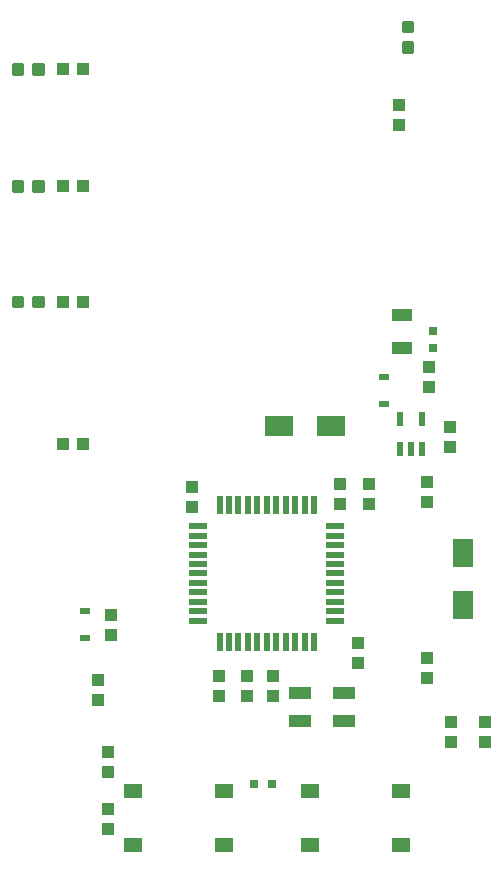
<source format=gbr>
G04 EAGLE Gerber RS-274X export*
G75*
%MOMM*%
%FSLAX34Y34*%
%LPD*%
%INSolderpaste Top*%
%IPPOS*%
%AMOC8*
5,1,8,0,0,1.08239X$1,22.5*%
G01*
%ADD10R,1.000000X1.100000*%
%ADD11R,0.830000X0.630000*%
%ADD12R,1.800000X1.000000*%
%ADD13R,0.800000X0.800000*%
%ADD14C,0.300000*%
%ADD15R,1.550000X1.300000*%
%ADD16R,1.100000X1.000000*%
%ADD17R,0.550000X1.200000*%
%ADD18R,1.900000X1.100000*%
%ADD19R,1.500000X0.500000*%
%ADD20R,0.500000X1.500000*%
%ADD21R,2.489200X1.752600*%
%ADD22R,1.752600X2.489200*%


D10*
X345440Y237880D03*
X345440Y254880D03*
X414020Y303140D03*
X414020Y286140D03*
X264160Y75320D03*
X264160Y92320D03*
X321310Y237880D03*
X321310Y254880D03*
X242570Y92320D03*
X242570Y75320D03*
X394970Y239150D03*
X394970Y256150D03*
X218440Y92320D03*
X218440Y75320D03*
X336550Y120260D03*
X336550Y103260D03*
D11*
X358140Y322510D03*
X358140Y345510D03*
D12*
X373380Y397540D03*
X373380Y369540D03*
D13*
X263405Y635D03*
X248405Y635D03*
X400050Y384690D03*
X400050Y369690D03*
D14*
X381960Y638365D02*
X374960Y638365D01*
X374960Y645365D01*
X381960Y645365D01*
X381960Y638365D01*
X381960Y641215D02*
X374960Y641215D01*
X374960Y644065D02*
X381960Y644065D01*
X381960Y620825D02*
X374960Y620825D01*
X374960Y627825D01*
X381960Y627825D01*
X381960Y620825D01*
X381960Y623675D02*
X374960Y623675D01*
X374960Y626525D02*
X381960Y626525D01*
D15*
X222500Y-50440D03*
X145800Y-50440D03*
X145800Y-5440D03*
X222500Y-5440D03*
X295660Y-5440D03*
X372360Y-5440D03*
X372360Y-50440D03*
X295660Y-50440D03*
D16*
X125095Y11185D03*
X125095Y28185D03*
D10*
X396240Y353940D03*
X396240Y336940D03*
X370840Y575555D03*
X370840Y558555D03*
D16*
X86750Y288290D03*
X103750Y288290D03*
D10*
X116205Y72145D03*
X116205Y89145D03*
X394970Y107560D03*
X394970Y90560D03*
X127000Y143755D03*
X127000Y126755D03*
D16*
X415290Y35950D03*
X415290Y52950D03*
D17*
X371500Y284179D03*
X381000Y284179D03*
X390500Y284179D03*
X390500Y310181D03*
X371500Y310181D03*
D18*
X287570Y54540D03*
X324570Y77540D03*
X287570Y77540D03*
X324570Y54540D03*
D16*
X86750Y506730D03*
X103750Y506730D03*
X86750Y408940D03*
X103750Y408940D03*
X86750Y605790D03*
X103750Y605790D03*
D14*
X51880Y609290D02*
X51880Y602290D01*
X44880Y602290D01*
X44880Y609290D01*
X51880Y609290D01*
X51880Y605140D02*
X44880Y605140D01*
X44880Y607990D02*
X51880Y607990D01*
X69420Y609290D02*
X69420Y602290D01*
X62420Y602290D01*
X62420Y609290D01*
X69420Y609290D01*
X69420Y605140D02*
X62420Y605140D01*
X62420Y607990D02*
X69420Y607990D01*
X51880Y412440D02*
X51880Y405440D01*
X44880Y405440D01*
X44880Y412440D01*
X51880Y412440D01*
X51880Y408290D02*
X44880Y408290D01*
X44880Y411140D02*
X51880Y411140D01*
X69420Y412440D02*
X69420Y405440D01*
X62420Y405440D01*
X62420Y412440D01*
X69420Y412440D01*
X69420Y408290D02*
X62420Y408290D01*
X62420Y411140D02*
X69420Y411140D01*
X51880Y503230D02*
X51880Y510230D01*
X51880Y503230D02*
X44880Y503230D01*
X44880Y510230D01*
X51880Y510230D01*
X51880Y506080D02*
X44880Y506080D01*
X44880Y508930D02*
X51880Y508930D01*
X69420Y510230D02*
X69420Y503230D01*
X62420Y503230D01*
X62420Y510230D01*
X69420Y510230D01*
X69420Y506080D02*
X62420Y506080D01*
X62420Y508930D02*
X69420Y508930D01*
D19*
X201080Y219070D03*
X201080Y211070D03*
X201080Y203070D03*
X201080Y195070D03*
X201080Y187070D03*
X201080Y179070D03*
X201080Y171070D03*
X201080Y163070D03*
X201080Y155070D03*
X201080Y147070D03*
X201080Y139070D03*
D20*
X219080Y121070D03*
X227080Y121070D03*
X235080Y121070D03*
X243080Y121070D03*
X251080Y121070D03*
X259080Y121070D03*
X267080Y121070D03*
X275080Y121070D03*
X283080Y121070D03*
X291080Y121070D03*
X299080Y121070D03*
D19*
X317080Y139070D03*
X317080Y147070D03*
X317080Y155070D03*
X317080Y163070D03*
X317080Y171070D03*
X317080Y179070D03*
X317080Y187070D03*
X317080Y195070D03*
X317080Y203070D03*
X317080Y211070D03*
X317080Y219070D03*
D20*
X299080Y237070D03*
X291080Y237070D03*
X283080Y237070D03*
X275080Y237070D03*
X267080Y237070D03*
X259080Y237070D03*
X251080Y237070D03*
X243080Y237070D03*
X235080Y237070D03*
X227080Y237070D03*
X219080Y237070D03*
D11*
X105410Y147390D03*
X105410Y124390D03*
D10*
X195580Y235340D03*
X195580Y252340D03*
X125095Y-37075D03*
X125095Y-20075D03*
X443865Y52950D03*
X443865Y35950D03*
D21*
X269367Y303530D03*
X313563Y303530D03*
D22*
X425450Y152527D03*
X425450Y196723D03*
M02*

</source>
